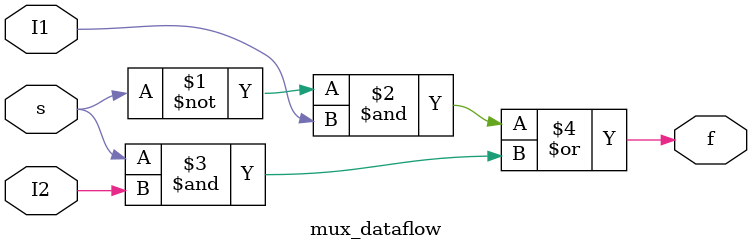
<source format=v>

module mux_dataflow(
	input I1,I2,s,
	output f
);
assign f=(~s&I1)|(s&I2);

endmodule
</source>
